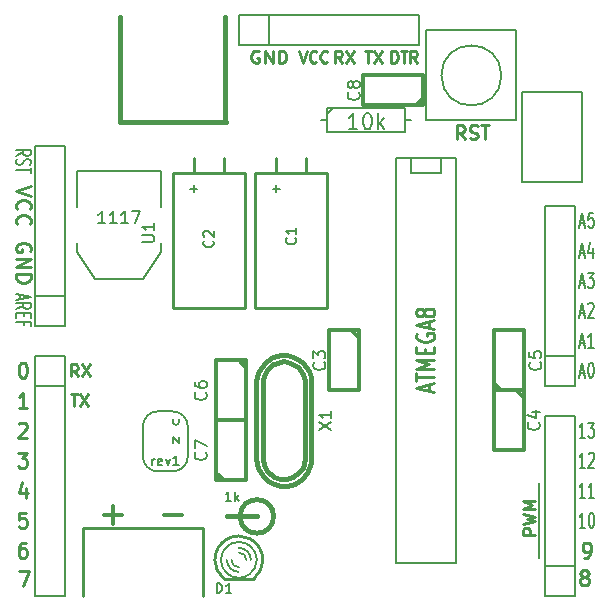
<source format=gto>
%FSLAX34Y34*%
G04 Gerber Fmt 3.4, Leading zero omitted, Abs format*
G04 (created by PCBNEW (2013-12-28 BZR 4579)-product) date tor 16 jan 2014 22:13:37 CET*
%MOIN*%
G01*
G70*
G90*
G04 APERTURE LIST*
%ADD10C,0.006000*%
%ADD11C,0.009000*%
%ADD12C,0.011811*%
%ADD13C,0.008000*%
%ADD14C,0.010000*%
%ADD15C,0.009843*%
%ADD16C,0.007874*%
%ADD17C,0.015000*%
%ADD18C,0.012000*%
%ADD19C,0.005000*%
%ADD20C,0.007500*%
%ADD21C,0.007000*%
G04 APERTURE END LIST*
G54D10*
G54D11*
X60088Y-32830D02*
X60088Y-32430D01*
X60174Y-32430D01*
X60225Y-32450D01*
X60260Y-32488D01*
X60277Y-32526D01*
X60294Y-32602D01*
X60294Y-32659D01*
X60277Y-32735D01*
X60260Y-32773D01*
X60225Y-32811D01*
X60174Y-32830D01*
X60088Y-32830D01*
X60397Y-32430D02*
X60602Y-32430D01*
X60500Y-32830D02*
X60500Y-32430D01*
X60928Y-32830D02*
X60808Y-32640D01*
X60722Y-32830D02*
X60722Y-32430D01*
X60860Y-32430D01*
X60894Y-32450D01*
X60911Y-32469D01*
X60928Y-32507D01*
X60928Y-32564D01*
X60911Y-32602D01*
X60894Y-32621D01*
X60860Y-32640D01*
X60722Y-32640D01*
X55664Y-32450D02*
X55622Y-32430D01*
X55560Y-32430D01*
X55497Y-32450D01*
X55455Y-32488D01*
X55434Y-32526D01*
X55413Y-32602D01*
X55413Y-32659D01*
X55434Y-32735D01*
X55455Y-32773D01*
X55497Y-32811D01*
X55560Y-32830D01*
X55601Y-32830D01*
X55664Y-32811D01*
X55685Y-32792D01*
X55685Y-32659D01*
X55601Y-32659D01*
X55874Y-32830D02*
X55874Y-32430D01*
X56125Y-32830D01*
X56125Y-32430D01*
X56335Y-32830D02*
X56335Y-32430D01*
X56440Y-32430D01*
X56502Y-32450D01*
X56544Y-32488D01*
X56565Y-32526D01*
X56586Y-32602D01*
X56586Y-32659D01*
X56565Y-32735D01*
X56544Y-32773D01*
X56502Y-32811D01*
X56440Y-32830D01*
X56335Y-32830D01*
X57020Y-32430D02*
X57140Y-32830D01*
X57260Y-32430D01*
X57585Y-32792D02*
X57568Y-32811D01*
X57517Y-32830D01*
X57482Y-32830D01*
X57431Y-32811D01*
X57397Y-32773D01*
X57380Y-32735D01*
X57362Y-32659D01*
X57362Y-32602D01*
X57380Y-32526D01*
X57397Y-32488D01*
X57431Y-32450D01*
X57482Y-32430D01*
X57517Y-32430D01*
X57568Y-32450D01*
X57585Y-32469D01*
X57945Y-32792D02*
X57928Y-32811D01*
X57877Y-32830D01*
X57842Y-32830D01*
X57791Y-32811D01*
X57757Y-32773D01*
X57740Y-32735D01*
X57722Y-32659D01*
X57722Y-32602D01*
X57740Y-32526D01*
X57757Y-32488D01*
X57791Y-32450D01*
X57842Y-32430D01*
X57877Y-32430D01*
X57928Y-32450D01*
X57945Y-32469D01*
X58433Y-32830D02*
X58300Y-32640D01*
X58204Y-32830D02*
X58204Y-32430D01*
X58357Y-32430D01*
X58395Y-32450D01*
X58414Y-32469D01*
X58433Y-32507D01*
X58433Y-32564D01*
X58414Y-32602D01*
X58395Y-32621D01*
X58357Y-32640D01*
X58204Y-32640D01*
X58566Y-32430D02*
X58833Y-32830D01*
X58833Y-32430D02*
X58566Y-32830D01*
X59195Y-32430D02*
X59423Y-32430D01*
X59309Y-32830D02*
X59309Y-32430D01*
X59519Y-32430D02*
X59785Y-32830D01*
X59785Y-32430D02*
X59519Y-32830D01*
G54D12*
X52495Y-47907D02*
X53104Y-47907D01*
X50495Y-47907D02*
X51104Y-47907D01*
X50800Y-48211D02*
X50800Y-47602D01*
G54D13*
X66371Y-38183D02*
X66523Y-38183D01*
X66340Y-38326D02*
X66447Y-37826D01*
X66554Y-38326D01*
X66813Y-37826D02*
X66660Y-37826D01*
X66645Y-38064D01*
X66660Y-38040D01*
X66691Y-38016D01*
X66767Y-38016D01*
X66798Y-38040D01*
X66813Y-38064D01*
X66828Y-38111D01*
X66828Y-38230D01*
X66813Y-38278D01*
X66798Y-38302D01*
X66767Y-38326D01*
X66691Y-38326D01*
X66660Y-38302D01*
X66645Y-38278D01*
X66371Y-39183D02*
X66523Y-39183D01*
X66340Y-39326D02*
X66447Y-38826D01*
X66554Y-39326D01*
X66798Y-38992D02*
X66798Y-39326D01*
X66721Y-38802D02*
X66645Y-39159D01*
X66843Y-39159D01*
X66371Y-40183D02*
X66523Y-40183D01*
X66340Y-40326D02*
X66447Y-39826D01*
X66554Y-40326D01*
X66630Y-39826D02*
X66828Y-39826D01*
X66721Y-40016D01*
X66767Y-40016D01*
X66798Y-40040D01*
X66813Y-40064D01*
X66828Y-40111D01*
X66828Y-40230D01*
X66813Y-40278D01*
X66798Y-40302D01*
X66767Y-40326D01*
X66676Y-40326D01*
X66645Y-40302D01*
X66630Y-40278D01*
X66371Y-41183D02*
X66523Y-41183D01*
X66340Y-41326D02*
X66447Y-40826D01*
X66554Y-41326D01*
X66645Y-40873D02*
X66660Y-40850D01*
X66691Y-40826D01*
X66767Y-40826D01*
X66798Y-40850D01*
X66813Y-40873D01*
X66828Y-40921D01*
X66828Y-40969D01*
X66813Y-41040D01*
X66630Y-41326D01*
X66828Y-41326D01*
X66371Y-42183D02*
X66523Y-42183D01*
X66340Y-42326D02*
X66447Y-41826D01*
X66554Y-42326D01*
X66828Y-42326D02*
X66645Y-42326D01*
X66737Y-42326D02*
X66737Y-41826D01*
X66706Y-41897D01*
X66676Y-41945D01*
X66645Y-41969D01*
X66371Y-43183D02*
X66523Y-43183D01*
X66340Y-43326D02*
X66447Y-42826D01*
X66554Y-43326D01*
X66721Y-42826D02*
X66752Y-42826D01*
X66782Y-42850D01*
X66798Y-42873D01*
X66813Y-42921D01*
X66828Y-43016D01*
X66828Y-43135D01*
X66813Y-43230D01*
X66798Y-43278D01*
X66782Y-43302D01*
X66752Y-43326D01*
X66721Y-43326D01*
X66691Y-43302D01*
X66676Y-43278D01*
X66660Y-43230D01*
X66645Y-43135D01*
X66645Y-43016D01*
X66660Y-42921D01*
X66676Y-42873D01*
X66691Y-42850D01*
X66721Y-42826D01*
X66539Y-45326D02*
X66356Y-45326D01*
X66447Y-45326D02*
X66447Y-44826D01*
X66417Y-44897D01*
X66386Y-44945D01*
X66356Y-44969D01*
X66645Y-44826D02*
X66843Y-44826D01*
X66737Y-45016D01*
X66782Y-45016D01*
X66813Y-45040D01*
X66828Y-45064D01*
X66843Y-45111D01*
X66843Y-45230D01*
X66828Y-45278D01*
X66813Y-45302D01*
X66782Y-45326D01*
X66691Y-45326D01*
X66660Y-45302D01*
X66645Y-45278D01*
X66539Y-46326D02*
X66356Y-46326D01*
X66447Y-46326D02*
X66447Y-45826D01*
X66417Y-45897D01*
X66386Y-45945D01*
X66356Y-45969D01*
X66660Y-45873D02*
X66676Y-45850D01*
X66706Y-45826D01*
X66782Y-45826D01*
X66813Y-45850D01*
X66828Y-45873D01*
X66843Y-45921D01*
X66843Y-45969D01*
X66828Y-46040D01*
X66645Y-46326D01*
X66843Y-46326D01*
X66539Y-47326D02*
X66356Y-47326D01*
X66447Y-47326D02*
X66447Y-46826D01*
X66417Y-46897D01*
X66386Y-46945D01*
X66356Y-46969D01*
X66843Y-47326D02*
X66660Y-47326D01*
X66752Y-47326D02*
X66752Y-46826D01*
X66721Y-46897D01*
X66691Y-46945D01*
X66660Y-46969D01*
X66539Y-48326D02*
X66356Y-48326D01*
X66447Y-48326D02*
X66447Y-47826D01*
X66417Y-47897D01*
X66386Y-47945D01*
X66356Y-47969D01*
X66737Y-47826D02*
X66767Y-47826D01*
X66798Y-47850D01*
X66813Y-47873D01*
X66828Y-47921D01*
X66843Y-48016D01*
X66843Y-48135D01*
X66828Y-48230D01*
X66813Y-48278D01*
X66798Y-48302D01*
X66767Y-48326D01*
X66737Y-48326D01*
X66706Y-48302D01*
X66691Y-48278D01*
X66676Y-48230D01*
X66660Y-48135D01*
X66660Y-48016D01*
X66676Y-47921D01*
X66691Y-47873D01*
X66706Y-47850D01*
X66737Y-47826D01*
G54D14*
X66504Y-49326D02*
X66600Y-49326D01*
X66647Y-49302D01*
X66671Y-49278D01*
X66719Y-49207D01*
X66742Y-49111D01*
X66742Y-48921D01*
X66719Y-48873D01*
X66695Y-48850D01*
X66647Y-48826D01*
X66552Y-48826D01*
X66504Y-48850D01*
X66480Y-48873D01*
X66457Y-48921D01*
X66457Y-49040D01*
X66480Y-49088D01*
X66504Y-49111D01*
X66552Y-49135D01*
X66647Y-49135D01*
X66695Y-49111D01*
X66719Y-49088D01*
X66742Y-49040D01*
X66477Y-49965D02*
X66429Y-49941D01*
X66405Y-49917D01*
X66382Y-49870D01*
X66382Y-49846D01*
X66405Y-49798D01*
X66429Y-49775D01*
X66477Y-49751D01*
X66572Y-49751D01*
X66620Y-49775D01*
X66644Y-49798D01*
X66667Y-49846D01*
X66667Y-49870D01*
X66644Y-49917D01*
X66620Y-49941D01*
X66572Y-49965D01*
X66477Y-49965D01*
X66429Y-49989D01*
X66405Y-50013D01*
X66382Y-50060D01*
X66382Y-50155D01*
X66405Y-50203D01*
X66429Y-50227D01*
X66477Y-50251D01*
X66572Y-50251D01*
X66620Y-50227D01*
X66644Y-50203D01*
X66667Y-50155D01*
X66667Y-50060D01*
X66644Y-50013D01*
X66620Y-49989D01*
X66572Y-49965D01*
G54D15*
X49634Y-43278D02*
X49503Y-43090D01*
X49409Y-43278D02*
X49409Y-42884D01*
X49559Y-42884D01*
X49596Y-42903D01*
X49615Y-42921D01*
X49634Y-42959D01*
X49634Y-43015D01*
X49615Y-43053D01*
X49596Y-43071D01*
X49559Y-43090D01*
X49409Y-43090D01*
X49765Y-42884D02*
X50028Y-43278D01*
X50028Y-42884D02*
X49765Y-43278D01*
X49400Y-43884D02*
X49625Y-43884D01*
X49512Y-44278D02*
X49512Y-43884D01*
X49718Y-43884D02*
X49981Y-44278D01*
X49981Y-43884D02*
X49718Y-44278D01*
G54D14*
X47683Y-49776D02*
X48016Y-49776D01*
X47802Y-50276D01*
X47895Y-48826D02*
X47800Y-48826D01*
X47752Y-48850D01*
X47728Y-48873D01*
X47680Y-48945D01*
X47657Y-49040D01*
X47657Y-49230D01*
X47680Y-49278D01*
X47704Y-49302D01*
X47752Y-49326D01*
X47847Y-49326D01*
X47895Y-49302D01*
X47919Y-49278D01*
X47942Y-49230D01*
X47942Y-49111D01*
X47919Y-49064D01*
X47895Y-49040D01*
X47847Y-49016D01*
X47752Y-49016D01*
X47704Y-49040D01*
X47680Y-49064D01*
X47657Y-49111D01*
X47919Y-47826D02*
X47680Y-47826D01*
X47657Y-48064D01*
X47680Y-48040D01*
X47728Y-48016D01*
X47847Y-48016D01*
X47895Y-48040D01*
X47919Y-48064D01*
X47942Y-48111D01*
X47942Y-48230D01*
X47919Y-48278D01*
X47895Y-48302D01*
X47847Y-48326D01*
X47728Y-48326D01*
X47680Y-48302D01*
X47657Y-48278D01*
X47895Y-46992D02*
X47895Y-47326D01*
X47776Y-46802D02*
X47657Y-47159D01*
X47966Y-47159D01*
X47633Y-45826D02*
X47942Y-45826D01*
X47776Y-46016D01*
X47847Y-46016D01*
X47895Y-46040D01*
X47919Y-46064D01*
X47942Y-46111D01*
X47942Y-46230D01*
X47919Y-46278D01*
X47895Y-46302D01*
X47847Y-46326D01*
X47704Y-46326D01*
X47657Y-46302D01*
X47633Y-46278D01*
X47657Y-44873D02*
X47680Y-44850D01*
X47728Y-44826D01*
X47847Y-44826D01*
X47895Y-44850D01*
X47919Y-44873D01*
X47942Y-44921D01*
X47942Y-44969D01*
X47919Y-45040D01*
X47633Y-45326D01*
X47942Y-45326D01*
X47942Y-44326D02*
X47657Y-44326D01*
X47800Y-44326D02*
X47800Y-43826D01*
X47752Y-43897D01*
X47704Y-43945D01*
X47657Y-43969D01*
G54D13*
X47573Y-35924D02*
X47811Y-35818D01*
X47573Y-35741D02*
X48073Y-35741D01*
X48073Y-35863D01*
X48050Y-35894D01*
X48026Y-35909D01*
X47978Y-35924D01*
X47907Y-35924D01*
X47859Y-35909D01*
X47835Y-35894D01*
X47811Y-35863D01*
X47811Y-35741D01*
X47597Y-36046D02*
X47573Y-36092D01*
X47573Y-36168D01*
X47597Y-36199D01*
X47621Y-36214D01*
X47669Y-36229D01*
X47716Y-36229D01*
X47764Y-36214D01*
X47788Y-36199D01*
X47811Y-36168D01*
X47835Y-36107D01*
X47859Y-36077D01*
X47883Y-36061D01*
X47930Y-36046D01*
X47978Y-36046D01*
X48026Y-36061D01*
X48050Y-36077D01*
X48073Y-36107D01*
X48073Y-36183D01*
X48050Y-36229D01*
X48073Y-36320D02*
X48073Y-36503D01*
X47573Y-36412D02*
X48073Y-36412D01*
G54D14*
X48073Y-36933D02*
X47573Y-37100D01*
X48073Y-37266D01*
X47621Y-37719D02*
X47597Y-37695D01*
X47573Y-37623D01*
X47573Y-37576D01*
X47597Y-37504D01*
X47645Y-37457D01*
X47692Y-37433D01*
X47788Y-37409D01*
X47859Y-37409D01*
X47954Y-37433D01*
X48002Y-37457D01*
X48050Y-37504D01*
X48073Y-37576D01*
X48073Y-37623D01*
X48050Y-37695D01*
X48026Y-37719D01*
X47621Y-38219D02*
X47597Y-38195D01*
X47573Y-38123D01*
X47573Y-38076D01*
X47597Y-38004D01*
X47645Y-37957D01*
X47692Y-37933D01*
X47788Y-37909D01*
X47859Y-37909D01*
X47954Y-37933D01*
X48002Y-37957D01*
X48050Y-38004D01*
X48073Y-38076D01*
X48073Y-38123D01*
X48050Y-38195D01*
X48026Y-38219D01*
X48050Y-39119D02*
X48073Y-39071D01*
X48073Y-39000D01*
X48050Y-38928D01*
X48002Y-38880D01*
X47954Y-38857D01*
X47859Y-38833D01*
X47788Y-38833D01*
X47692Y-38857D01*
X47645Y-38880D01*
X47597Y-38928D01*
X47573Y-39000D01*
X47573Y-39047D01*
X47597Y-39119D01*
X47621Y-39142D01*
X47788Y-39142D01*
X47788Y-39047D01*
X47573Y-39357D02*
X48073Y-39357D01*
X47573Y-39642D01*
X48073Y-39642D01*
X47573Y-39880D02*
X48073Y-39880D01*
X48073Y-40000D01*
X48050Y-40071D01*
X48002Y-40119D01*
X47954Y-40142D01*
X47859Y-40166D01*
X47788Y-40166D01*
X47692Y-40142D01*
X47645Y-40119D01*
X47597Y-40071D01*
X47573Y-40000D01*
X47573Y-39880D01*
G54D13*
X47716Y-40560D02*
X47716Y-40713D01*
X47573Y-40530D02*
X48073Y-40637D01*
X47573Y-40743D01*
X47573Y-41033D02*
X47811Y-40926D01*
X47573Y-40850D02*
X48073Y-40850D01*
X48073Y-40972D01*
X48050Y-41002D01*
X48026Y-41018D01*
X47978Y-41033D01*
X47907Y-41033D01*
X47859Y-41018D01*
X47835Y-41002D01*
X47811Y-40972D01*
X47811Y-40850D01*
X47835Y-41170D02*
X47835Y-41277D01*
X47573Y-41322D02*
X47573Y-41170D01*
X48073Y-41170D01*
X48073Y-41322D01*
X47835Y-41566D02*
X47835Y-41460D01*
X47573Y-41460D02*
X48073Y-41460D01*
X48073Y-41612D01*
G54D14*
X47776Y-42826D02*
X47823Y-42826D01*
X47871Y-42850D01*
X47895Y-42873D01*
X47919Y-42921D01*
X47942Y-43016D01*
X47942Y-43135D01*
X47919Y-43230D01*
X47895Y-43278D01*
X47871Y-43302D01*
X47823Y-43326D01*
X47776Y-43326D01*
X47728Y-43302D01*
X47704Y-43278D01*
X47680Y-43230D01*
X47657Y-43135D01*
X47657Y-43016D01*
X47680Y-42921D01*
X47704Y-42873D01*
X47728Y-42850D01*
X47776Y-42826D01*
G54D16*
X65000Y-46850D02*
X65000Y-49350D01*
G54D15*
X64878Y-48553D02*
X64484Y-48553D01*
X64484Y-48403D01*
X64503Y-48365D01*
X64521Y-48346D01*
X64559Y-48328D01*
X64615Y-48328D01*
X64653Y-48346D01*
X64671Y-48365D01*
X64690Y-48403D01*
X64690Y-48553D01*
X64484Y-48196D02*
X64878Y-48103D01*
X64596Y-48028D01*
X64878Y-47953D01*
X64484Y-47859D01*
X64878Y-47709D02*
X64484Y-47709D01*
X64765Y-47578D01*
X64484Y-47446D01*
X64878Y-47446D01*
G54D14*
X53800Y-48350D02*
X49800Y-48350D01*
X53800Y-50600D02*
X53800Y-48350D01*
X49800Y-48350D02*
X49800Y-50600D01*
X52800Y-41000D02*
X55200Y-41000D01*
X52800Y-36500D02*
X55200Y-36500D01*
X52800Y-41000D02*
X52800Y-36500D01*
X55200Y-36500D02*
X55200Y-41000D01*
X53500Y-36000D02*
X53500Y-36500D01*
X54500Y-36000D02*
X54500Y-36500D01*
X55550Y-41000D02*
X57950Y-41000D01*
X55550Y-36500D02*
X57950Y-36500D01*
X55550Y-41000D02*
X55550Y-36500D01*
X57950Y-36500D02*
X57950Y-41000D01*
X56250Y-36000D02*
X56250Y-36500D01*
X57250Y-36000D02*
X57250Y-36500D01*
G54D17*
X51053Y-31289D02*
X51053Y-34789D01*
X54553Y-31289D02*
X54553Y-34789D01*
X51031Y-34795D02*
X54575Y-34795D01*
G54D13*
X60250Y-49500D02*
X60250Y-36000D01*
X62250Y-49500D02*
X62250Y-36000D01*
X62250Y-49500D02*
X60250Y-49500D01*
X60250Y-36000D02*
X62250Y-36000D01*
X61750Y-36000D02*
X61750Y-36500D01*
X61750Y-36500D02*
X60750Y-36500D01*
X60750Y-36500D02*
X60750Y-36000D01*
X52800Y-44700D02*
X52800Y-44800D01*
X52800Y-44800D02*
G75*
G03X52900Y-44900I100J0D01*
G74*
G01*
X52800Y-46450D02*
X52300Y-46450D01*
X51800Y-44950D02*
X51800Y-45950D01*
X52800Y-44450D02*
X52300Y-44450D01*
X53300Y-45950D02*
X53300Y-44950D01*
X51800Y-45950D02*
G75*
G03X52300Y-46450I500J0D01*
G74*
G01*
X52800Y-46450D02*
G75*
G03X53300Y-45950I0J500D01*
G74*
G01*
X53300Y-44950D02*
G75*
G03X52800Y-44450I-500J0D01*
G74*
G01*
X52300Y-44450D02*
G75*
G03X51800Y-44950I0J-500D01*
G74*
G01*
X52800Y-45500D02*
X52800Y-45300D01*
X52800Y-45300D02*
X53000Y-45500D01*
X53000Y-45500D02*
X53000Y-45300D01*
X53000Y-44800D02*
X53000Y-44700D01*
X52900Y-44900D02*
G75*
G03X53000Y-44800I0J100D01*
G74*
G01*
G54D18*
X59000Y-41770D02*
X59000Y-43750D01*
X59000Y-43750D02*
X58000Y-43750D01*
X58000Y-43750D02*
X58000Y-41750D01*
X58000Y-41750D02*
X59000Y-41750D01*
X58750Y-41750D02*
X59000Y-42000D01*
X64500Y-43770D02*
X64500Y-45750D01*
X64500Y-45750D02*
X63500Y-45750D01*
X63500Y-45750D02*
X63500Y-43750D01*
X63500Y-43750D02*
X64500Y-43750D01*
X64250Y-43750D02*
X64500Y-44000D01*
X63500Y-43730D02*
X63500Y-41750D01*
X63500Y-41750D02*
X64500Y-41750D01*
X64500Y-41750D02*
X64500Y-43750D01*
X64500Y-43750D02*
X63500Y-43750D01*
X63750Y-43750D02*
X63500Y-43500D01*
G54D13*
X57750Y-34750D02*
X57950Y-34750D01*
X60750Y-34750D02*
X60550Y-34750D01*
X60550Y-34750D02*
X60550Y-34350D01*
X60550Y-34350D02*
X57950Y-34350D01*
X57950Y-34350D02*
X57950Y-35150D01*
X57950Y-35150D02*
X60550Y-35150D01*
X60550Y-35150D02*
X60550Y-34750D01*
X57950Y-34550D02*
X58150Y-34350D01*
G54D19*
X63750Y-33250D02*
G75*
G03X63750Y-33250I-1000J0D01*
G74*
G01*
X64250Y-31750D02*
X64250Y-34750D01*
X64250Y-34750D02*
X61250Y-34750D01*
X61250Y-34750D02*
X61250Y-31750D01*
X64250Y-31750D02*
X61250Y-31750D01*
G54D14*
X54500Y-50020D02*
X55500Y-50020D01*
G54D10*
X55384Y-48939D02*
G75*
G03X55000Y-48800I-384J-460D01*
G74*
G01*
X54999Y-48800D02*
G75*
G03X54602Y-48952I0J-599D01*
G74*
G01*
X55000Y-49999D02*
G75*
G03X55390Y-49855I0J599D01*
G74*
G01*
X54615Y-49860D02*
G75*
G03X55000Y-50000I384J460D01*
G74*
G01*
X55349Y-49887D02*
G75*
G03X55600Y-49400I-349J487D01*
G74*
G01*
X55600Y-49399D02*
G75*
G03X55360Y-48920I-600J0D01*
G74*
G01*
X54400Y-49400D02*
G75*
G03X54632Y-49873I599J0D01*
G74*
G01*
X54631Y-48926D02*
G75*
G03X54400Y-49400I368J-473D01*
G74*
G01*
X55250Y-49400D02*
G75*
G03X55000Y-49150I-250J0D01*
G74*
G01*
X55400Y-49400D02*
G75*
G03X55000Y-49000I-400J0D01*
G74*
G01*
X54750Y-49400D02*
G75*
G03X55000Y-49650I250J0D01*
G74*
G01*
X54600Y-49400D02*
G75*
G03X55000Y-49800I400J0D01*
G74*
G01*
G54D14*
X55513Y-50013D02*
G75*
G03X55800Y-49400I-513J613D01*
G74*
G01*
X55799Y-49399D02*
G75*
G03X55376Y-48695I-799J0D01*
G74*
G01*
X54201Y-49401D02*
G75*
G03X54484Y-50010I798J1D01*
G74*
G01*
X54602Y-48705D02*
G75*
G03X54200Y-49400I397J-694D01*
G74*
G01*
X55379Y-48695D02*
G75*
G03X55000Y-48600I-379J-704D01*
G74*
G01*
X54999Y-48600D02*
G75*
G03X54581Y-48719I0J-799D01*
G74*
G01*
G54D17*
X56106Y-42900D02*
X56264Y-42821D01*
X56264Y-42821D02*
X56500Y-42781D01*
X56500Y-42781D02*
X56697Y-42821D01*
X56697Y-42821D02*
X56972Y-42978D01*
X56972Y-42978D02*
X57130Y-43215D01*
X57130Y-43215D02*
X57209Y-43451D01*
X57209Y-43451D02*
X57209Y-46049D01*
X57209Y-46049D02*
X57130Y-46325D01*
X57130Y-46325D02*
X57012Y-46482D01*
X57012Y-46482D02*
X56815Y-46640D01*
X56815Y-46640D02*
X56579Y-46719D01*
X56579Y-46719D02*
X56382Y-46719D01*
X56382Y-46719D02*
X56185Y-46640D01*
X56185Y-46640D02*
X55949Y-46443D01*
X55949Y-46443D02*
X55831Y-46246D01*
X55831Y-46246D02*
X55791Y-46049D01*
X55791Y-46010D02*
X55791Y-43411D01*
X55791Y-43411D02*
X55831Y-43254D01*
X55831Y-43254D02*
X55949Y-43057D01*
X55949Y-43057D02*
X56146Y-42860D01*
X55583Y-46006D02*
X55602Y-46187D01*
X55602Y-46187D02*
X55646Y-46344D01*
X55646Y-46344D02*
X55732Y-46514D01*
X55732Y-46514D02*
X55823Y-46628D01*
X55823Y-46628D02*
X55961Y-46758D01*
X55961Y-46758D02*
X56173Y-46872D01*
X56173Y-46872D02*
X56409Y-46923D01*
X56409Y-46923D02*
X56610Y-46923D01*
X56610Y-46923D02*
X56886Y-46856D01*
X56886Y-46856D02*
X57118Y-46699D01*
X57118Y-46699D02*
X57264Y-46518D01*
X57264Y-46518D02*
X57346Y-46352D01*
X57346Y-46352D02*
X57409Y-46175D01*
X57409Y-46175D02*
X57421Y-46002D01*
X57335Y-43112D02*
X57248Y-42963D01*
X57248Y-42963D02*
X57138Y-42837D01*
X57138Y-42837D02*
X57008Y-42738D01*
X57008Y-42738D02*
X56791Y-42620D01*
X56791Y-42620D02*
X56606Y-42577D01*
X56606Y-42577D02*
X56425Y-42569D01*
X56425Y-42569D02*
X56244Y-42604D01*
X56244Y-42604D02*
X56067Y-42679D01*
X56067Y-42679D02*
X55882Y-42821D01*
X55882Y-42821D02*
X55756Y-42959D01*
X55756Y-42959D02*
X55665Y-43112D01*
X55665Y-43112D02*
X55610Y-43281D01*
X55610Y-43281D02*
X55583Y-43455D01*
X57417Y-46010D02*
X57417Y-43470D01*
X57417Y-43470D02*
X57402Y-43305D01*
X57402Y-43305D02*
X57335Y-43112D01*
X55583Y-46010D02*
X55583Y-43470D01*
G54D13*
X49200Y-41600D02*
X48200Y-41600D01*
X48200Y-41600D02*
X48200Y-35600D01*
X48200Y-35600D02*
X49200Y-35600D01*
X49200Y-35600D02*
X49200Y-41600D01*
X49200Y-40600D02*
X48200Y-40600D01*
X66200Y-43600D02*
X65200Y-43600D01*
X65200Y-43600D02*
X65200Y-37600D01*
X65200Y-37600D02*
X66200Y-37600D01*
X66200Y-37600D02*
X66200Y-43600D01*
X66200Y-42600D02*
X65200Y-42600D01*
X49200Y-42600D02*
X49200Y-50600D01*
X49200Y-50600D02*
X48200Y-50600D01*
X48200Y-50600D02*
X48200Y-42600D01*
X48200Y-42600D02*
X49200Y-42600D01*
X48200Y-43600D02*
X49200Y-43600D01*
X66200Y-50600D02*
X65200Y-50600D01*
X65200Y-50600D02*
X65200Y-44600D01*
X65200Y-44600D02*
X66200Y-44600D01*
X66200Y-44600D02*
X66200Y-50600D01*
X66200Y-49600D02*
X65200Y-49600D01*
G54D18*
X61130Y-34250D02*
X59150Y-34250D01*
X59150Y-34250D02*
X59150Y-33250D01*
X59150Y-33250D02*
X61150Y-33250D01*
X61150Y-33250D02*
X61150Y-34250D01*
X61150Y-34000D02*
X60900Y-34250D01*
G54D13*
X55000Y-32250D02*
X55000Y-31250D01*
X55000Y-31250D02*
X61000Y-31250D01*
X61000Y-31250D02*
X61000Y-32250D01*
X61000Y-32250D02*
X55000Y-32250D01*
X56000Y-32250D02*
X56000Y-31250D01*
X64450Y-36800D02*
X64450Y-33800D01*
X66450Y-33800D02*
X66450Y-36800D01*
X66450Y-36800D02*
X64450Y-36800D01*
X64450Y-33800D02*
X66450Y-33800D01*
G54D18*
X55250Y-42770D02*
X55250Y-44750D01*
X55250Y-44750D02*
X54250Y-44750D01*
X54250Y-44750D02*
X54250Y-42750D01*
X54250Y-42750D02*
X55250Y-42750D01*
X55000Y-42750D02*
X55250Y-43000D01*
X54250Y-46730D02*
X54250Y-44750D01*
X54250Y-44750D02*
X55250Y-44750D01*
X55250Y-44750D02*
X55250Y-46750D01*
X55250Y-46750D02*
X54250Y-46750D01*
X54500Y-46750D02*
X54250Y-46500D01*
G54D13*
X52400Y-37650D02*
X52400Y-36450D01*
X52400Y-36450D02*
X49600Y-36450D01*
X49600Y-36450D02*
X49600Y-37650D01*
X52400Y-38850D02*
X52400Y-39150D01*
X52400Y-39150D02*
X51800Y-40050D01*
X51800Y-40050D02*
X50200Y-40050D01*
X50200Y-40050D02*
X49600Y-39150D01*
X49600Y-39150D02*
X49600Y-38850D01*
G54D17*
X55600Y-47950D02*
X54600Y-47950D01*
X56159Y-47950D02*
G75*
G03X56159Y-47950I-559J0D01*
G74*
G01*
G54D13*
X54125Y-38758D02*
X54141Y-38775D01*
X54158Y-38825D01*
X54158Y-38858D01*
X54141Y-38908D01*
X54108Y-38941D01*
X54075Y-38958D01*
X54008Y-38975D01*
X53958Y-38975D01*
X53891Y-38958D01*
X53858Y-38941D01*
X53825Y-38908D01*
X53808Y-38858D01*
X53808Y-38825D01*
X53825Y-38775D01*
X53841Y-38758D01*
X53841Y-38625D02*
X53825Y-38608D01*
X53808Y-38575D01*
X53808Y-38491D01*
X53825Y-38458D01*
X53841Y-38441D01*
X53875Y-38425D01*
X53908Y-38425D01*
X53958Y-38441D01*
X54158Y-38641D01*
X54158Y-38425D01*
G54D20*
X53385Y-37021D02*
X53614Y-37021D01*
X53500Y-37135D02*
X53500Y-36907D01*
G54D13*
X56875Y-38658D02*
X56891Y-38675D01*
X56908Y-38725D01*
X56908Y-38758D01*
X56891Y-38808D01*
X56858Y-38841D01*
X56825Y-38858D01*
X56758Y-38875D01*
X56708Y-38875D01*
X56641Y-38858D01*
X56608Y-38841D01*
X56575Y-38808D01*
X56558Y-38758D01*
X56558Y-38725D01*
X56575Y-38675D01*
X56591Y-38658D01*
X56908Y-38325D02*
X56908Y-38525D01*
X56908Y-38425D02*
X56558Y-38425D01*
X56608Y-38458D01*
X56641Y-38491D01*
X56658Y-38525D01*
G54D20*
X56135Y-37021D02*
X56364Y-37021D01*
X56250Y-37135D02*
X56250Y-36907D01*
G54D13*
G54D14*
X61350Y-43771D02*
X61350Y-43557D01*
X61521Y-43814D02*
X60921Y-43664D01*
X61521Y-43514D01*
X60921Y-43428D02*
X60921Y-43171D01*
X61521Y-43299D02*
X60921Y-43299D01*
X61521Y-43021D02*
X60921Y-43021D01*
X61350Y-42871D01*
X60921Y-42721D01*
X61521Y-42721D01*
X61207Y-42507D02*
X61207Y-42357D01*
X61521Y-42292D02*
X61521Y-42507D01*
X60921Y-42507D01*
X60921Y-42292D01*
X60950Y-41864D02*
X60921Y-41907D01*
X60921Y-41971D01*
X60950Y-42035D01*
X61007Y-42078D01*
X61064Y-42099D01*
X61178Y-42121D01*
X61264Y-42121D01*
X61378Y-42099D01*
X61435Y-42078D01*
X61492Y-42035D01*
X61521Y-41971D01*
X61521Y-41928D01*
X61492Y-41864D01*
X61464Y-41842D01*
X61264Y-41842D01*
X61264Y-41928D01*
X61350Y-41671D02*
X61350Y-41457D01*
X61521Y-41714D02*
X60921Y-41564D01*
X61521Y-41414D01*
X61178Y-41199D02*
X61150Y-41242D01*
X61121Y-41264D01*
X61064Y-41285D01*
X61035Y-41285D01*
X60978Y-41264D01*
X60950Y-41242D01*
X60921Y-41199D01*
X60921Y-41114D01*
X60950Y-41071D01*
X60978Y-41049D01*
X61035Y-41028D01*
X61064Y-41028D01*
X61121Y-41049D01*
X61150Y-41071D01*
X61178Y-41114D01*
X61178Y-41199D01*
X61207Y-41242D01*
X61235Y-41264D01*
X61292Y-41285D01*
X61407Y-41285D01*
X61464Y-41264D01*
X61492Y-41242D01*
X61521Y-41199D01*
X61521Y-41114D01*
X61492Y-41071D01*
X61464Y-41049D01*
X61407Y-41028D01*
X61292Y-41028D01*
X61235Y-41049D01*
X61207Y-41071D01*
X61178Y-41114D01*
G54D10*
X52115Y-46244D02*
X52115Y-46031D01*
X52115Y-46092D02*
X52130Y-46061D01*
X52146Y-46046D01*
X52176Y-46031D01*
X52207Y-46031D01*
X52435Y-46229D02*
X52405Y-46244D01*
X52344Y-46244D01*
X52313Y-46229D01*
X52298Y-46199D01*
X52298Y-46077D01*
X52313Y-46046D01*
X52344Y-46031D01*
X52405Y-46031D01*
X52435Y-46046D01*
X52450Y-46077D01*
X52450Y-46107D01*
X52298Y-46138D01*
X52557Y-46031D02*
X52633Y-46244D01*
X52710Y-46031D01*
X52999Y-46244D02*
X52816Y-46244D01*
X52908Y-46244D02*
X52908Y-45924D01*
X52877Y-45970D01*
X52847Y-46000D01*
X52816Y-46016D01*
G54D13*
X57842Y-42816D02*
X57861Y-42835D01*
X57880Y-42892D01*
X57880Y-42930D01*
X57861Y-42988D01*
X57823Y-43026D01*
X57785Y-43045D01*
X57709Y-43064D01*
X57652Y-43064D01*
X57576Y-43045D01*
X57538Y-43026D01*
X57500Y-42988D01*
X57480Y-42930D01*
X57480Y-42892D01*
X57500Y-42835D01*
X57519Y-42816D01*
X57480Y-42683D02*
X57480Y-42435D01*
X57633Y-42569D01*
X57633Y-42511D01*
X57652Y-42473D01*
X57671Y-42454D01*
X57709Y-42435D01*
X57804Y-42435D01*
X57842Y-42454D01*
X57861Y-42473D01*
X57880Y-42511D01*
X57880Y-42626D01*
X57861Y-42664D01*
X57842Y-42683D01*
X64992Y-44816D02*
X65011Y-44835D01*
X65030Y-44892D01*
X65030Y-44930D01*
X65011Y-44988D01*
X64973Y-45026D01*
X64935Y-45045D01*
X64859Y-45064D01*
X64802Y-45064D01*
X64726Y-45045D01*
X64688Y-45026D01*
X64650Y-44988D01*
X64630Y-44930D01*
X64630Y-44892D01*
X64650Y-44835D01*
X64669Y-44816D01*
X64764Y-44473D02*
X65030Y-44473D01*
X64611Y-44569D02*
X64897Y-44664D01*
X64897Y-44416D01*
X65042Y-42816D02*
X65061Y-42835D01*
X65080Y-42892D01*
X65080Y-42930D01*
X65061Y-42988D01*
X65023Y-43026D01*
X64985Y-43045D01*
X64909Y-43064D01*
X64852Y-43064D01*
X64776Y-43045D01*
X64738Y-43026D01*
X64700Y-42988D01*
X64680Y-42930D01*
X64680Y-42892D01*
X64700Y-42835D01*
X64719Y-42816D01*
X64680Y-42454D02*
X64680Y-42645D01*
X64871Y-42664D01*
X64852Y-42645D01*
X64833Y-42607D01*
X64833Y-42511D01*
X64852Y-42473D01*
X64871Y-42454D01*
X64909Y-42435D01*
X65004Y-42435D01*
X65042Y-42454D01*
X65061Y-42473D01*
X65080Y-42511D01*
X65080Y-42607D01*
X65061Y-42645D01*
X65042Y-42664D01*
X58952Y-35048D02*
X58666Y-35048D01*
X58809Y-35048D02*
X58809Y-34498D01*
X58761Y-34577D01*
X58714Y-34629D01*
X58666Y-34655D01*
X59261Y-34498D02*
X59309Y-34498D01*
X59357Y-34525D01*
X59380Y-34551D01*
X59404Y-34603D01*
X59428Y-34708D01*
X59428Y-34839D01*
X59404Y-34944D01*
X59380Y-34996D01*
X59357Y-35022D01*
X59309Y-35048D01*
X59261Y-35048D01*
X59214Y-35022D01*
X59190Y-34996D01*
X59166Y-34944D01*
X59142Y-34839D01*
X59142Y-34708D01*
X59166Y-34603D01*
X59190Y-34551D01*
X59214Y-34525D01*
X59261Y-34498D01*
X59642Y-35048D02*
X59642Y-34498D01*
X59690Y-34839D02*
X59833Y-35048D01*
X59833Y-34682D02*
X59642Y-34891D01*
G54D14*
X62529Y-35367D02*
X62379Y-35153D01*
X62272Y-35367D02*
X62272Y-34917D01*
X62443Y-34917D01*
X62486Y-34938D01*
X62507Y-34960D01*
X62529Y-35003D01*
X62529Y-35067D01*
X62507Y-35110D01*
X62486Y-35131D01*
X62443Y-35153D01*
X62272Y-35153D01*
X62700Y-35345D02*
X62764Y-35367D01*
X62872Y-35367D01*
X62914Y-35345D01*
X62936Y-35324D01*
X62957Y-35281D01*
X62957Y-35238D01*
X62936Y-35195D01*
X62914Y-35174D01*
X62872Y-35153D01*
X62786Y-35131D01*
X62743Y-35110D01*
X62722Y-35088D01*
X62700Y-35045D01*
X62700Y-35003D01*
X62722Y-34960D01*
X62743Y-34938D01*
X62786Y-34917D01*
X62893Y-34917D01*
X62957Y-34938D01*
X63086Y-34917D02*
X63343Y-34917D01*
X63214Y-35367D02*
X63214Y-34917D01*
G54D21*
X54263Y-50494D02*
X54263Y-50174D01*
X54340Y-50174D01*
X54385Y-50190D01*
X54416Y-50220D01*
X54431Y-50250D01*
X54446Y-50311D01*
X54446Y-50357D01*
X54431Y-50418D01*
X54416Y-50449D01*
X54385Y-50479D01*
X54340Y-50494D01*
X54263Y-50494D01*
X54751Y-50494D02*
X54568Y-50494D01*
X54660Y-50494D02*
X54660Y-50174D01*
X54629Y-50220D01*
X54599Y-50250D01*
X54568Y-50266D01*
G54D13*
X57680Y-45073D02*
X58080Y-44807D01*
X57680Y-44807D02*
X58080Y-45073D01*
X58080Y-44445D02*
X58080Y-44673D01*
X58080Y-44559D02*
X57680Y-44559D01*
X57738Y-44597D01*
X57776Y-44635D01*
X57795Y-44673D01*
X58992Y-33816D02*
X59011Y-33835D01*
X59030Y-33892D01*
X59030Y-33930D01*
X59011Y-33988D01*
X58973Y-34026D01*
X58935Y-34045D01*
X58859Y-34064D01*
X58802Y-34064D01*
X58726Y-34045D01*
X58688Y-34026D01*
X58650Y-33988D01*
X58630Y-33930D01*
X58630Y-33892D01*
X58650Y-33835D01*
X58669Y-33816D01*
X58802Y-33588D02*
X58783Y-33626D01*
X58764Y-33645D01*
X58726Y-33664D01*
X58707Y-33664D01*
X58669Y-33645D01*
X58650Y-33626D01*
X58630Y-33588D01*
X58630Y-33511D01*
X58650Y-33473D01*
X58669Y-33454D01*
X58707Y-33435D01*
X58726Y-33435D01*
X58764Y-33454D01*
X58783Y-33473D01*
X58802Y-33511D01*
X58802Y-33588D01*
X58821Y-33626D01*
X58840Y-33645D01*
X58878Y-33664D01*
X58954Y-33664D01*
X58992Y-33645D01*
X59011Y-33626D01*
X59030Y-33588D01*
X59030Y-33511D01*
X59011Y-33473D01*
X58992Y-33454D01*
X58954Y-33435D01*
X58878Y-33435D01*
X58840Y-33454D01*
X58821Y-33473D01*
X58802Y-33511D01*
X53892Y-43816D02*
X53911Y-43835D01*
X53930Y-43892D01*
X53930Y-43930D01*
X53911Y-43988D01*
X53873Y-44026D01*
X53835Y-44045D01*
X53759Y-44064D01*
X53702Y-44064D01*
X53626Y-44045D01*
X53588Y-44026D01*
X53550Y-43988D01*
X53530Y-43930D01*
X53530Y-43892D01*
X53550Y-43835D01*
X53569Y-43816D01*
X53530Y-43473D02*
X53530Y-43549D01*
X53550Y-43588D01*
X53569Y-43607D01*
X53626Y-43645D01*
X53702Y-43664D01*
X53854Y-43664D01*
X53892Y-43645D01*
X53911Y-43626D01*
X53930Y-43588D01*
X53930Y-43511D01*
X53911Y-43473D01*
X53892Y-43454D01*
X53854Y-43435D01*
X53759Y-43435D01*
X53721Y-43454D01*
X53702Y-43473D01*
X53683Y-43511D01*
X53683Y-43588D01*
X53702Y-43626D01*
X53721Y-43645D01*
X53759Y-43664D01*
X53892Y-45816D02*
X53911Y-45835D01*
X53930Y-45892D01*
X53930Y-45930D01*
X53911Y-45988D01*
X53873Y-46026D01*
X53835Y-46045D01*
X53759Y-46064D01*
X53702Y-46064D01*
X53626Y-46045D01*
X53588Y-46026D01*
X53550Y-45988D01*
X53530Y-45930D01*
X53530Y-45892D01*
X53550Y-45835D01*
X53569Y-45816D01*
X53530Y-45683D02*
X53530Y-45416D01*
X53930Y-45588D01*
X51780Y-38804D02*
X52104Y-38804D01*
X52142Y-38785D01*
X52161Y-38766D01*
X52180Y-38728D01*
X52180Y-38652D01*
X52161Y-38614D01*
X52142Y-38595D01*
X52104Y-38576D01*
X51780Y-38576D01*
X52180Y-38176D02*
X52180Y-38404D01*
X52180Y-38290D02*
X51780Y-38290D01*
X51838Y-38328D01*
X51876Y-38366D01*
X51895Y-38404D01*
X50542Y-38180D02*
X50314Y-38180D01*
X50428Y-38180D02*
X50428Y-37780D01*
X50390Y-37838D01*
X50352Y-37876D01*
X50314Y-37895D01*
X50923Y-38180D02*
X50695Y-38180D01*
X50809Y-38180D02*
X50809Y-37780D01*
X50771Y-37838D01*
X50733Y-37876D01*
X50695Y-37895D01*
X51304Y-38180D02*
X51076Y-38180D01*
X51190Y-38180D02*
X51190Y-37780D01*
X51152Y-37838D01*
X51114Y-37876D01*
X51076Y-37895D01*
X51438Y-37780D02*
X51704Y-37780D01*
X51533Y-38180D01*
G54D21*
X54741Y-47444D02*
X54559Y-47444D01*
X54650Y-47444D02*
X54650Y-47124D01*
X54620Y-47170D01*
X54589Y-47200D01*
X54559Y-47216D01*
X54879Y-47444D02*
X54879Y-47124D01*
X54909Y-47322D02*
X55000Y-47444D01*
X55000Y-47231D02*
X54879Y-47353D01*
M02*

</source>
